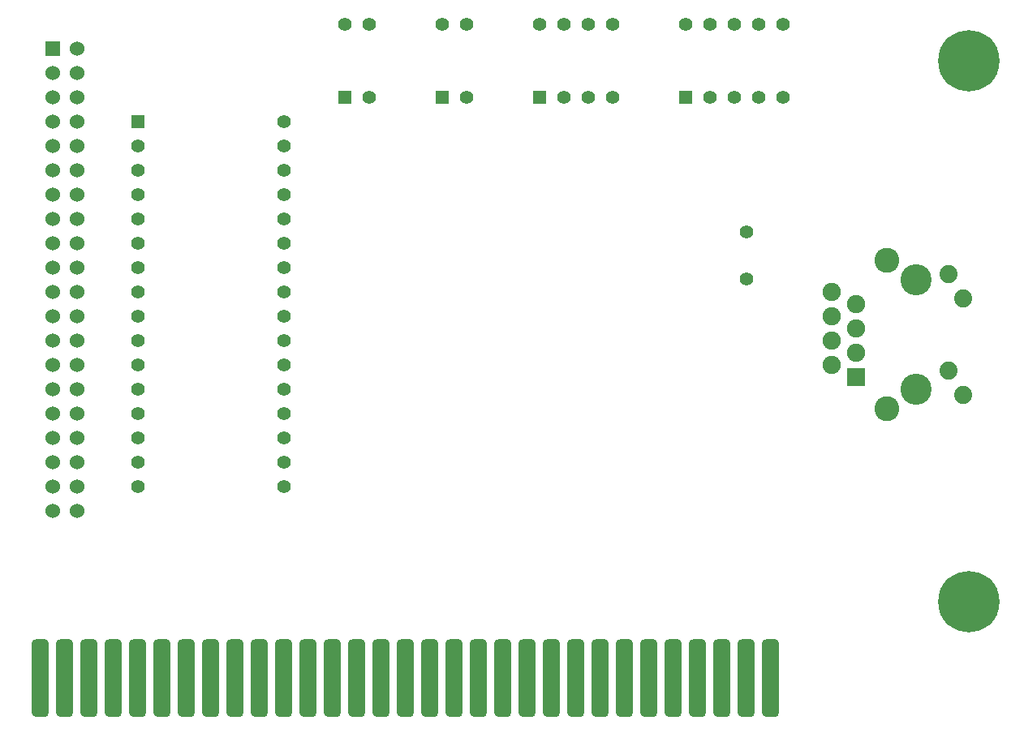
<source format=gbs>
%TF.GenerationSoftware,KiCad,Pcbnew,(5.1.8)-1*%
%TF.CreationDate,2021-04-30T16:31:18-07:00*%
%TF.ProjectId,ISA8_Ethernet,49534138-5f45-4746-9865-726e65742e6b,1.0*%
%TF.SameCoordinates,Original*%
%TF.FileFunction,Soldermask,Bot*%
%TF.FilePolarity,Negative*%
%FSLAX46Y46*%
G04 Gerber Fmt 4.6, Leading zero omitted, Abs format (unit mm)*
G04 Created by KiCad (PCBNEW (5.1.8)-1) date 2021-04-30 16:31:18*
%MOMM*%
%LPD*%
G01*
G04 APERTURE LIST*
%ADD10C,1.524000*%
%ADD11R,1.524000X1.524000*%
%ADD12C,1.397000*%
%ADD13R,1.397000X1.397000*%
%ADD14C,6.400000*%
%ADD15C,0.800000*%
%ADD16R,1.900000X1.900000*%
%ADD17C,1.900000*%
%ADD18C,1.890000*%
%ADD19C,2.600000*%
%ADD20C,3.250000*%
G04 APERTURE END LIST*
D10*
%TO.C,J2*%
X107950000Y-113030000D03*
X105410000Y-113030000D03*
X107950000Y-110490000D03*
X105410000Y-110490000D03*
X107950000Y-107950000D03*
X105410000Y-107950000D03*
X107950000Y-105410000D03*
X105410000Y-105410000D03*
X107950000Y-102870000D03*
X105410000Y-102870000D03*
X105410000Y-100330000D03*
X107950000Y-100330000D03*
X105410000Y-97790000D03*
X107950000Y-97790000D03*
X107950000Y-95250000D03*
X105410000Y-95250000D03*
X107950000Y-92710000D03*
X105410000Y-92710000D03*
X107950000Y-90170000D03*
X105410000Y-90170000D03*
X107950000Y-87630000D03*
X105410000Y-87630000D03*
X107950000Y-85090000D03*
X105410000Y-85090000D03*
X107950000Y-82550000D03*
X105410000Y-82550000D03*
X107950000Y-80010000D03*
X105410000Y-80010000D03*
X107950000Y-77470000D03*
X105410000Y-77470000D03*
X107950000Y-74930000D03*
X105410000Y-74930000D03*
X107950000Y-72390000D03*
X105410000Y-72390000D03*
X107950000Y-69850000D03*
X105410000Y-69850000D03*
X107950000Y-67310000D03*
X105410000Y-67310000D03*
X107950000Y-64770000D03*
D11*
X105410000Y-64770000D03*
%TD*%
%TO.C,BUS1*%
G36*
G01*
X179451000Y-134112000D02*
X179451000Y-126873000D01*
G75*
G02*
X179895500Y-126428500I444500J0D01*
G01*
X180784500Y-126428500D01*
G75*
G02*
X181229000Y-126873000I0J-444500D01*
G01*
X181229000Y-134112000D01*
G75*
G02*
X180784500Y-134556500I-444500J0D01*
G01*
X179895500Y-134556500D01*
G75*
G02*
X179451000Y-134112000I0J444500D01*
G01*
G37*
G36*
G01*
X176911000Y-134112000D02*
X176911000Y-126873000D01*
G75*
G02*
X177355500Y-126428500I444500J0D01*
G01*
X178244500Y-126428500D01*
G75*
G02*
X178689000Y-126873000I0J-444500D01*
G01*
X178689000Y-134112000D01*
G75*
G02*
X178244500Y-134556500I-444500J0D01*
G01*
X177355500Y-134556500D01*
G75*
G02*
X176911000Y-134112000I0J444500D01*
G01*
G37*
G36*
G01*
X174371000Y-134112000D02*
X174371000Y-126873000D01*
G75*
G02*
X174815500Y-126428500I444500J0D01*
G01*
X175704500Y-126428500D01*
G75*
G02*
X176149000Y-126873000I0J-444500D01*
G01*
X176149000Y-134112000D01*
G75*
G02*
X175704500Y-134556500I-444500J0D01*
G01*
X174815500Y-134556500D01*
G75*
G02*
X174371000Y-134112000I0J444500D01*
G01*
G37*
G36*
G01*
X171831000Y-134112000D02*
X171831000Y-126873000D01*
G75*
G02*
X172275500Y-126428500I444500J0D01*
G01*
X173164500Y-126428500D01*
G75*
G02*
X173609000Y-126873000I0J-444500D01*
G01*
X173609000Y-134112000D01*
G75*
G02*
X173164500Y-134556500I-444500J0D01*
G01*
X172275500Y-134556500D01*
G75*
G02*
X171831000Y-134112000I0J444500D01*
G01*
G37*
G36*
G01*
X169291000Y-134112000D02*
X169291000Y-126873000D01*
G75*
G02*
X169735500Y-126428500I444500J0D01*
G01*
X170624500Y-126428500D01*
G75*
G02*
X171069000Y-126873000I0J-444500D01*
G01*
X171069000Y-134112000D01*
G75*
G02*
X170624500Y-134556500I-444500J0D01*
G01*
X169735500Y-134556500D01*
G75*
G02*
X169291000Y-134112000I0J444500D01*
G01*
G37*
G36*
G01*
X166751000Y-134112000D02*
X166751000Y-126873000D01*
G75*
G02*
X167195500Y-126428500I444500J0D01*
G01*
X168084500Y-126428500D01*
G75*
G02*
X168529000Y-126873000I0J-444500D01*
G01*
X168529000Y-134112000D01*
G75*
G02*
X168084500Y-134556500I-444500J0D01*
G01*
X167195500Y-134556500D01*
G75*
G02*
X166751000Y-134112000I0J444500D01*
G01*
G37*
G36*
G01*
X164211000Y-134112000D02*
X164211000Y-126873000D01*
G75*
G02*
X164655500Y-126428500I444500J0D01*
G01*
X165544500Y-126428500D01*
G75*
G02*
X165989000Y-126873000I0J-444500D01*
G01*
X165989000Y-134112000D01*
G75*
G02*
X165544500Y-134556500I-444500J0D01*
G01*
X164655500Y-134556500D01*
G75*
G02*
X164211000Y-134112000I0J444500D01*
G01*
G37*
G36*
G01*
X161671000Y-134112000D02*
X161671000Y-126873000D01*
G75*
G02*
X162115500Y-126428500I444500J0D01*
G01*
X163004500Y-126428500D01*
G75*
G02*
X163449000Y-126873000I0J-444500D01*
G01*
X163449000Y-134112000D01*
G75*
G02*
X163004500Y-134556500I-444500J0D01*
G01*
X162115500Y-134556500D01*
G75*
G02*
X161671000Y-134112000I0J444500D01*
G01*
G37*
G36*
G01*
X159131000Y-134112000D02*
X159131000Y-126873000D01*
G75*
G02*
X159575500Y-126428500I444500J0D01*
G01*
X160464500Y-126428500D01*
G75*
G02*
X160909000Y-126873000I0J-444500D01*
G01*
X160909000Y-134112000D01*
G75*
G02*
X160464500Y-134556500I-444500J0D01*
G01*
X159575500Y-134556500D01*
G75*
G02*
X159131000Y-134112000I0J444500D01*
G01*
G37*
G36*
G01*
X156591000Y-134112000D02*
X156591000Y-126873000D01*
G75*
G02*
X157035500Y-126428500I444500J0D01*
G01*
X157924500Y-126428500D01*
G75*
G02*
X158369000Y-126873000I0J-444500D01*
G01*
X158369000Y-134112000D01*
G75*
G02*
X157924500Y-134556500I-444500J0D01*
G01*
X157035500Y-134556500D01*
G75*
G02*
X156591000Y-134112000I0J444500D01*
G01*
G37*
G36*
G01*
X154051000Y-134112000D02*
X154051000Y-126873000D01*
G75*
G02*
X154495500Y-126428500I444500J0D01*
G01*
X155384500Y-126428500D01*
G75*
G02*
X155829000Y-126873000I0J-444500D01*
G01*
X155829000Y-134112000D01*
G75*
G02*
X155384500Y-134556500I-444500J0D01*
G01*
X154495500Y-134556500D01*
G75*
G02*
X154051000Y-134112000I0J444500D01*
G01*
G37*
G36*
G01*
X151511000Y-134112000D02*
X151511000Y-126873000D01*
G75*
G02*
X151955500Y-126428500I444500J0D01*
G01*
X152844500Y-126428500D01*
G75*
G02*
X153289000Y-126873000I0J-444500D01*
G01*
X153289000Y-134112000D01*
G75*
G02*
X152844500Y-134556500I-444500J0D01*
G01*
X151955500Y-134556500D01*
G75*
G02*
X151511000Y-134112000I0J444500D01*
G01*
G37*
G36*
G01*
X148971000Y-134112000D02*
X148971000Y-126873000D01*
G75*
G02*
X149415500Y-126428500I444500J0D01*
G01*
X150304500Y-126428500D01*
G75*
G02*
X150749000Y-126873000I0J-444500D01*
G01*
X150749000Y-134112000D01*
G75*
G02*
X150304500Y-134556500I-444500J0D01*
G01*
X149415500Y-134556500D01*
G75*
G02*
X148971000Y-134112000I0J444500D01*
G01*
G37*
G36*
G01*
X146431000Y-134112000D02*
X146431000Y-126873000D01*
G75*
G02*
X146875500Y-126428500I444500J0D01*
G01*
X147764500Y-126428500D01*
G75*
G02*
X148209000Y-126873000I0J-444500D01*
G01*
X148209000Y-134112000D01*
G75*
G02*
X147764500Y-134556500I-444500J0D01*
G01*
X146875500Y-134556500D01*
G75*
G02*
X146431000Y-134112000I0J444500D01*
G01*
G37*
G36*
G01*
X143891000Y-134112000D02*
X143891000Y-126873000D01*
G75*
G02*
X144335500Y-126428500I444500J0D01*
G01*
X145224500Y-126428500D01*
G75*
G02*
X145669000Y-126873000I0J-444500D01*
G01*
X145669000Y-134112000D01*
G75*
G02*
X145224500Y-134556500I-444500J0D01*
G01*
X144335500Y-134556500D01*
G75*
G02*
X143891000Y-134112000I0J444500D01*
G01*
G37*
G36*
G01*
X141351000Y-134112000D02*
X141351000Y-126873000D01*
G75*
G02*
X141795500Y-126428500I444500J0D01*
G01*
X142684500Y-126428500D01*
G75*
G02*
X143129000Y-126873000I0J-444500D01*
G01*
X143129000Y-134112000D01*
G75*
G02*
X142684500Y-134556500I-444500J0D01*
G01*
X141795500Y-134556500D01*
G75*
G02*
X141351000Y-134112000I0J444500D01*
G01*
G37*
G36*
G01*
X138811000Y-134112000D02*
X138811000Y-126873000D01*
G75*
G02*
X139255500Y-126428500I444500J0D01*
G01*
X140144500Y-126428500D01*
G75*
G02*
X140589000Y-126873000I0J-444500D01*
G01*
X140589000Y-134112000D01*
G75*
G02*
X140144500Y-134556500I-444500J0D01*
G01*
X139255500Y-134556500D01*
G75*
G02*
X138811000Y-134112000I0J444500D01*
G01*
G37*
G36*
G01*
X136271000Y-134112000D02*
X136271000Y-126873000D01*
G75*
G02*
X136715500Y-126428500I444500J0D01*
G01*
X137604500Y-126428500D01*
G75*
G02*
X138049000Y-126873000I0J-444500D01*
G01*
X138049000Y-134112000D01*
G75*
G02*
X137604500Y-134556500I-444500J0D01*
G01*
X136715500Y-134556500D01*
G75*
G02*
X136271000Y-134112000I0J444500D01*
G01*
G37*
G36*
G01*
X133731000Y-134112000D02*
X133731000Y-126873000D01*
G75*
G02*
X134175500Y-126428500I444500J0D01*
G01*
X135064500Y-126428500D01*
G75*
G02*
X135509000Y-126873000I0J-444500D01*
G01*
X135509000Y-134112000D01*
G75*
G02*
X135064500Y-134556500I-444500J0D01*
G01*
X134175500Y-134556500D01*
G75*
G02*
X133731000Y-134112000I0J444500D01*
G01*
G37*
G36*
G01*
X131191000Y-134112000D02*
X131191000Y-126873000D01*
G75*
G02*
X131635500Y-126428500I444500J0D01*
G01*
X132524500Y-126428500D01*
G75*
G02*
X132969000Y-126873000I0J-444500D01*
G01*
X132969000Y-134112000D01*
G75*
G02*
X132524500Y-134556500I-444500J0D01*
G01*
X131635500Y-134556500D01*
G75*
G02*
X131191000Y-134112000I0J444500D01*
G01*
G37*
G36*
G01*
X128651000Y-134112000D02*
X128651000Y-126873000D01*
G75*
G02*
X129095500Y-126428500I444500J0D01*
G01*
X129984500Y-126428500D01*
G75*
G02*
X130429000Y-126873000I0J-444500D01*
G01*
X130429000Y-134112000D01*
G75*
G02*
X129984500Y-134556500I-444500J0D01*
G01*
X129095500Y-134556500D01*
G75*
G02*
X128651000Y-134112000I0J444500D01*
G01*
G37*
G36*
G01*
X126111000Y-134112000D02*
X126111000Y-126873000D01*
G75*
G02*
X126555500Y-126428500I444500J0D01*
G01*
X127444500Y-126428500D01*
G75*
G02*
X127889000Y-126873000I0J-444500D01*
G01*
X127889000Y-134112000D01*
G75*
G02*
X127444500Y-134556500I-444500J0D01*
G01*
X126555500Y-134556500D01*
G75*
G02*
X126111000Y-134112000I0J444500D01*
G01*
G37*
G36*
G01*
X123571000Y-134112000D02*
X123571000Y-126873000D01*
G75*
G02*
X124015500Y-126428500I444500J0D01*
G01*
X124904500Y-126428500D01*
G75*
G02*
X125349000Y-126873000I0J-444500D01*
G01*
X125349000Y-134112000D01*
G75*
G02*
X124904500Y-134556500I-444500J0D01*
G01*
X124015500Y-134556500D01*
G75*
G02*
X123571000Y-134112000I0J444500D01*
G01*
G37*
G36*
G01*
X121031000Y-134112000D02*
X121031000Y-126873000D01*
G75*
G02*
X121475500Y-126428500I444500J0D01*
G01*
X122364500Y-126428500D01*
G75*
G02*
X122809000Y-126873000I0J-444500D01*
G01*
X122809000Y-134112000D01*
G75*
G02*
X122364500Y-134556500I-444500J0D01*
G01*
X121475500Y-134556500D01*
G75*
G02*
X121031000Y-134112000I0J444500D01*
G01*
G37*
G36*
G01*
X118491000Y-134112000D02*
X118491000Y-126873000D01*
G75*
G02*
X118935500Y-126428500I444500J0D01*
G01*
X119824500Y-126428500D01*
G75*
G02*
X120269000Y-126873000I0J-444500D01*
G01*
X120269000Y-134112000D01*
G75*
G02*
X119824500Y-134556500I-444500J0D01*
G01*
X118935500Y-134556500D01*
G75*
G02*
X118491000Y-134112000I0J444500D01*
G01*
G37*
G36*
G01*
X115951000Y-134112000D02*
X115951000Y-126873000D01*
G75*
G02*
X116395500Y-126428500I444500J0D01*
G01*
X117284500Y-126428500D01*
G75*
G02*
X117729000Y-126873000I0J-444500D01*
G01*
X117729000Y-134112000D01*
G75*
G02*
X117284500Y-134556500I-444500J0D01*
G01*
X116395500Y-134556500D01*
G75*
G02*
X115951000Y-134112000I0J444500D01*
G01*
G37*
G36*
G01*
X113411000Y-134112000D02*
X113411000Y-126873000D01*
G75*
G02*
X113855500Y-126428500I444500J0D01*
G01*
X114744500Y-126428500D01*
G75*
G02*
X115189000Y-126873000I0J-444500D01*
G01*
X115189000Y-134112000D01*
G75*
G02*
X114744500Y-134556500I-444500J0D01*
G01*
X113855500Y-134556500D01*
G75*
G02*
X113411000Y-134112000I0J444500D01*
G01*
G37*
G36*
G01*
X110871000Y-134112000D02*
X110871000Y-126873000D01*
G75*
G02*
X111315500Y-126428500I444500J0D01*
G01*
X112204500Y-126428500D01*
G75*
G02*
X112649000Y-126873000I0J-444500D01*
G01*
X112649000Y-134112000D01*
G75*
G02*
X112204500Y-134556500I-444500J0D01*
G01*
X111315500Y-134556500D01*
G75*
G02*
X110871000Y-134112000I0J444500D01*
G01*
G37*
G36*
G01*
X108331000Y-134112000D02*
X108331000Y-126873000D01*
G75*
G02*
X108775500Y-126428500I444500J0D01*
G01*
X109664500Y-126428500D01*
G75*
G02*
X110109000Y-126873000I0J-444500D01*
G01*
X110109000Y-134112000D01*
G75*
G02*
X109664500Y-134556500I-444500J0D01*
G01*
X108775500Y-134556500D01*
G75*
G02*
X108331000Y-134112000I0J444500D01*
G01*
G37*
G36*
G01*
X105791000Y-134112000D02*
X105791000Y-126873000D01*
G75*
G02*
X106235500Y-126428500I444500J0D01*
G01*
X107124500Y-126428500D01*
G75*
G02*
X107569000Y-126873000I0J-444500D01*
G01*
X107569000Y-134112000D01*
G75*
G02*
X107124500Y-134556500I-444500J0D01*
G01*
X106235500Y-134556500D01*
G75*
G02*
X105791000Y-134112000I0J444500D01*
G01*
G37*
G36*
G01*
X103251000Y-134112000D02*
X103251000Y-126873000D01*
G75*
G02*
X103695500Y-126428500I444500J0D01*
G01*
X104584500Y-126428500D01*
G75*
G02*
X105029000Y-126873000I0J-444500D01*
G01*
X105029000Y-134112000D01*
G75*
G02*
X104584500Y-134556500I-444500J0D01*
G01*
X103695500Y-134556500D01*
G75*
G02*
X103251000Y-134112000I0J444500D01*
G01*
G37*
%TD*%
D12*
%TO.C,SW4*%
X171450000Y-62230000D03*
X173990000Y-62230000D03*
X176530000Y-62230000D03*
X179070000Y-62230000D03*
X181610000Y-62230000D03*
X181610000Y-69850000D03*
X179070000Y-69850000D03*
X176530000Y-69850000D03*
X173990000Y-69850000D03*
D13*
X171450000Y-69850000D03*
%TD*%
D12*
%TO.C,SW3*%
X156210000Y-62230000D03*
X158750000Y-62230000D03*
X161290000Y-62230000D03*
X163830000Y-62230000D03*
X163830000Y-69850000D03*
X161290000Y-69850000D03*
X158750000Y-69850000D03*
D13*
X156210000Y-69850000D03*
%TD*%
D12*
%TO.C,SW2*%
X146050000Y-62230000D03*
X148590000Y-62230000D03*
X148590000Y-69850000D03*
D13*
X146050000Y-69850000D03*
%TD*%
D12*
%TO.C,SW1*%
X135890000Y-62230000D03*
X138430000Y-62230000D03*
X138430000Y-69850000D03*
D13*
X135890000Y-69850000D03*
%TD*%
D12*
%TO.C,Y1*%
X177800000Y-83919060D03*
X177800000Y-88800940D03*
%TD*%
D13*
%TO.C,U2*%
X114300000Y-72390000D03*
D12*
X114300000Y-74930000D03*
X114300000Y-77470000D03*
X114300000Y-80010000D03*
X114300000Y-82550000D03*
X114300000Y-85090000D03*
X114300000Y-87630000D03*
X114300000Y-90170000D03*
X114300000Y-92710000D03*
X114300000Y-95250000D03*
X114300000Y-97790000D03*
X114300000Y-100330000D03*
X114300000Y-102870000D03*
X114300000Y-105410000D03*
X114300000Y-107950000D03*
X114300000Y-110490000D03*
X129540000Y-110490000D03*
X129540000Y-107950000D03*
X129540000Y-105410000D03*
X129540000Y-102870000D03*
X129540000Y-100330000D03*
X129540000Y-97790000D03*
X129540000Y-95250000D03*
X129540000Y-92710000D03*
X129540000Y-90170000D03*
X129540000Y-87630000D03*
X129540000Y-85090000D03*
X129540000Y-82550000D03*
X129540000Y-80010000D03*
X129540000Y-77470000D03*
X129540000Y-74930000D03*
X129540000Y-72390000D03*
%TD*%
D14*
%TO.C,HOLE1*%
X201041000Y-66040000D03*
D15*
X203441000Y-66040000D03*
X202738056Y-67737056D03*
X201041000Y-68440000D03*
X199343944Y-67737056D03*
X198641000Y-66040000D03*
X199343944Y-64342944D03*
X201041000Y-63640000D03*
X202738056Y-64342944D03*
%TD*%
%TO.C,HOLE2*%
X202738056Y-120857944D03*
X201041000Y-120155000D03*
X199343944Y-120857944D03*
X198641000Y-122555000D03*
X199343944Y-124252056D03*
X201041000Y-124955000D03*
X202738056Y-124252056D03*
X203441000Y-122555000D03*
D14*
X201041000Y-122555000D03*
%TD*%
D16*
%TO.C,J1*%
X189230000Y-99060000D03*
D17*
X186690000Y-97790000D03*
X189230000Y-96520000D03*
X186690000Y-95250000D03*
X189230000Y-93980000D03*
X186690000Y-92710000D03*
X189230000Y-91440000D03*
X186690000Y-90170000D03*
D18*
X198950000Y-88290000D03*
X200470000Y-90830000D03*
X198950000Y-98400000D03*
X200470000Y-100940000D03*
D19*
X192520000Y-102390000D03*
X192520000Y-86840000D03*
D20*
X195570000Y-100330000D03*
X195570000Y-88900000D03*
%TD*%
M02*

</source>
